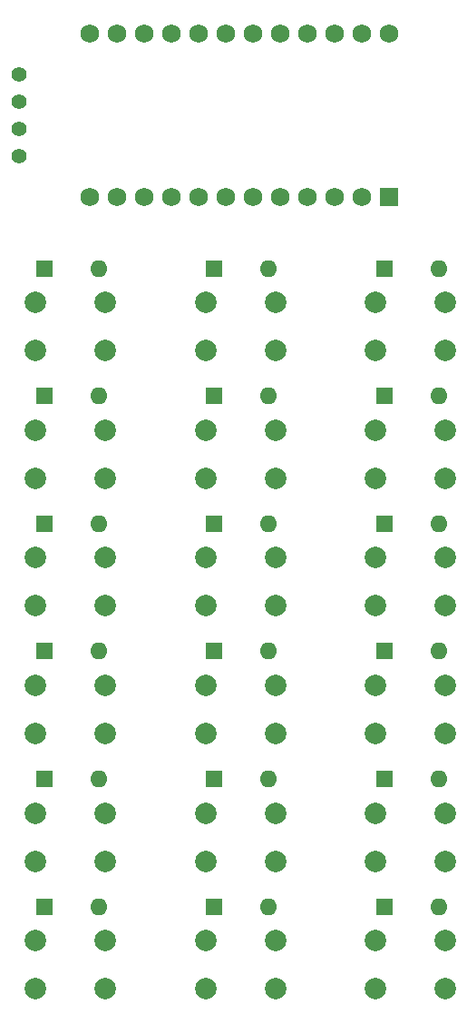
<source format=gbr>
%TF.GenerationSoftware,KiCad,Pcbnew,(5.1.9)-1*%
%TF.CreationDate,2021-06-02T16:01:08+02:00*%
%TF.ProjectId,LATE-9,4c415445-2d39-42e6-9b69-6361645f7063,rev?*%
%TF.SameCoordinates,Original*%
%TF.FileFunction,Soldermask,Bot*%
%TF.FilePolarity,Negative*%
%FSLAX46Y46*%
G04 Gerber Fmt 4.6, Leading zero omitted, Abs format (unit mm)*
G04 Created by KiCad (PCBNEW (5.1.9)-1) date 2021-06-02 16:01:08*
%MOMM*%
%LPD*%
G01*
G04 APERTURE LIST*
%ADD10C,1.752600*%
%ADD11R,1.752600X1.752600*%
%ADD12C,2.000000*%
%ADD13C,1.397000*%
%ADD14O,1.600000X1.600000*%
%ADD15R,1.600000X1.600000*%
G04 APERTURE END LIST*
D10*
%TO.C,U1*%
X63976250Y-46355000D03*
X36036250Y-61595000D03*
X61436250Y-46355000D03*
X58896250Y-46355000D03*
X56356250Y-46355000D03*
X53816250Y-46355000D03*
X51276250Y-46355000D03*
X48736250Y-46355000D03*
X46196250Y-46355000D03*
X43656250Y-46355000D03*
X41116250Y-46355000D03*
X38576250Y-46355000D03*
X36036250Y-46355000D03*
X38576250Y-61595000D03*
X41116250Y-61595000D03*
X43656250Y-61595000D03*
X46196250Y-61595000D03*
X48736250Y-61595000D03*
X51276250Y-61595000D03*
X53816250Y-61595000D03*
X56356250Y-61595000D03*
X58896250Y-61595000D03*
X61436250Y-61595000D03*
D11*
X63976250Y-61595000D03*
%TD*%
D12*
%TO.C,SW18*%
X62706250Y-135468750D03*
X62706250Y-130968750D03*
X69206250Y-135468750D03*
X69206250Y-130968750D03*
%TD*%
%TO.C,SW17*%
X46831250Y-135468750D03*
X46831250Y-130968750D03*
X53331250Y-135468750D03*
X53331250Y-130968750D03*
%TD*%
%TO.C,SW16*%
X30956250Y-135468750D03*
X30956250Y-130968750D03*
X37456250Y-135468750D03*
X37456250Y-130968750D03*
%TD*%
%TO.C,SW15*%
X62706250Y-123562500D03*
X62706250Y-119062500D03*
X69206250Y-123562500D03*
X69206250Y-119062500D03*
%TD*%
%TO.C,SW14*%
X46831250Y-123562500D03*
X46831250Y-119062500D03*
X53331250Y-123562500D03*
X53331250Y-119062500D03*
%TD*%
%TO.C,SW13*%
X30956250Y-123562500D03*
X30956250Y-119062500D03*
X37456250Y-123562500D03*
X37456250Y-119062500D03*
%TD*%
%TO.C,SW12*%
X62706250Y-111656250D03*
X62706250Y-107156250D03*
X69206250Y-111656250D03*
X69206250Y-107156250D03*
%TD*%
%TO.C,SW11*%
X46831250Y-111656250D03*
X46831250Y-107156250D03*
X53331250Y-111656250D03*
X53331250Y-107156250D03*
%TD*%
%TO.C,SW10*%
X30956250Y-111656250D03*
X30956250Y-107156250D03*
X37456250Y-111656250D03*
X37456250Y-107156250D03*
%TD*%
%TO.C,SW9*%
X62706250Y-99750000D03*
X62706250Y-95250000D03*
X69206250Y-99750000D03*
X69206250Y-95250000D03*
%TD*%
%TO.C,SW8*%
X46831250Y-99750000D03*
X46831250Y-95250000D03*
X53331250Y-99750000D03*
X53331250Y-95250000D03*
%TD*%
%TO.C,SW7*%
X30956250Y-99750000D03*
X30956250Y-95250000D03*
X37456250Y-99750000D03*
X37456250Y-95250000D03*
%TD*%
%TO.C,SW6*%
X62706250Y-87843750D03*
X62706250Y-83343750D03*
X69206250Y-87843750D03*
X69206250Y-83343750D03*
%TD*%
%TO.C,SW5*%
X46831250Y-87843750D03*
X46831250Y-83343750D03*
X53331250Y-87843750D03*
X53331250Y-83343750D03*
%TD*%
%TO.C,SW4*%
X30956250Y-87843750D03*
X30956250Y-83343750D03*
X37456250Y-87843750D03*
X37456250Y-83343750D03*
%TD*%
%TO.C,SW3*%
X62706250Y-75937500D03*
X62706250Y-71437500D03*
X69206250Y-75937500D03*
X69206250Y-71437500D03*
%TD*%
%TO.C,SW2*%
X46831250Y-75937500D03*
X46831250Y-71437500D03*
X53331250Y-75937500D03*
X53331250Y-71437500D03*
%TD*%
%TO.C,SW1*%
X30956250Y-75937500D03*
X30956250Y-71437500D03*
X37456250Y-75937500D03*
X37456250Y-71437500D03*
%TD*%
D13*
%TO.C,OL1*%
X29368750Y-50165000D03*
X29368750Y-52705000D03*
X29368750Y-55245000D03*
X29368750Y-57785000D03*
%TD*%
D14*
%TO.C,D18*%
X68580000Y-127793750D03*
D15*
X63500000Y-127793750D03*
%TD*%
D14*
%TO.C,D17*%
X52705000Y-127793750D03*
D15*
X47625000Y-127793750D03*
%TD*%
D14*
%TO.C,D16*%
X36830000Y-127793750D03*
D15*
X31750000Y-127793750D03*
%TD*%
D14*
%TO.C,D15*%
X68580000Y-115887500D03*
D15*
X63500000Y-115887500D03*
%TD*%
D14*
%TO.C,D14*%
X52705000Y-115887500D03*
D15*
X47625000Y-115887500D03*
%TD*%
D14*
%TO.C,D13*%
X36830000Y-115887500D03*
D15*
X31750000Y-115887500D03*
%TD*%
D14*
%TO.C,D12*%
X68580000Y-103981250D03*
D15*
X63500000Y-103981250D03*
%TD*%
D14*
%TO.C,D11*%
X52705000Y-103981250D03*
D15*
X47625000Y-103981250D03*
%TD*%
D14*
%TO.C,D10*%
X36830000Y-103981250D03*
D15*
X31750000Y-103981250D03*
%TD*%
D14*
%TO.C,D9*%
X68580000Y-92075000D03*
D15*
X63500000Y-92075000D03*
%TD*%
D14*
%TO.C,D8*%
X52705000Y-92075000D03*
D15*
X47625000Y-92075000D03*
%TD*%
D14*
%TO.C,D7*%
X36830000Y-92075000D03*
D15*
X31750000Y-92075000D03*
%TD*%
D14*
%TO.C,D6*%
X68580000Y-80168750D03*
D15*
X63500000Y-80168750D03*
%TD*%
D14*
%TO.C,D5*%
X52705000Y-80168750D03*
D15*
X47625000Y-80168750D03*
%TD*%
D14*
%TO.C,D4*%
X36830000Y-80168750D03*
D15*
X31750000Y-80168750D03*
%TD*%
D14*
%TO.C,D3*%
X68580000Y-68262500D03*
D15*
X63500000Y-68262500D03*
%TD*%
D14*
%TO.C,D2*%
X52705000Y-68262500D03*
D15*
X47625000Y-68262500D03*
%TD*%
D14*
%TO.C,D1*%
X36830000Y-68262500D03*
D15*
X31750000Y-68262500D03*
%TD*%
M02*

</source>
